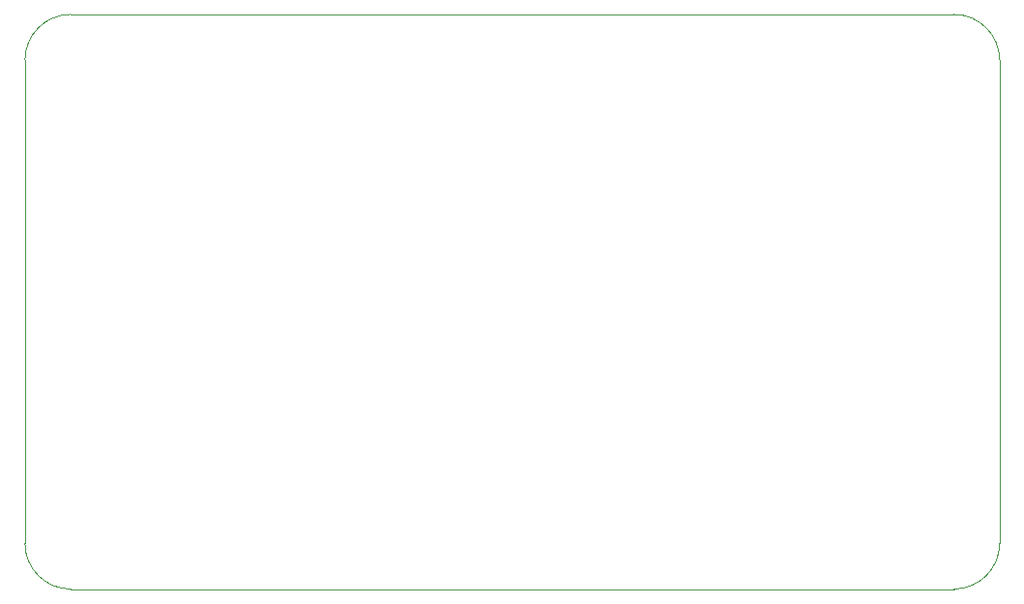
<source format=gm1>
%TF.GenerationSoftware,KiCad,Pcbnew,(6.0.6-1)-1*%
%TF.CreationDate,2022-07-07T18:25:44+02:00*%
%TF.ProjectId,beef_bridge,62656566-5f62-4726-9964-67652e6b6963,rev?*%
%TF.SameCoordinates,Original*%
%TF.FileFunction,Profile,NP*%
%FSLAX46Y46*%
G04 Gerber Fmt 4.6, Leading zero omitted, Abs format (unit mm)*
G04 Created by KiCad (PCBNEW (6.0.6-1)-1) date 2022-07-07 18:25:44*
%MOMM*%
%LPD*%
G01*
G04 APERTURE LIST*
%TA.AperFunction,Profile*%
%ADD10C,0.100000*%
%TD*%
G04 APERTURE END LIST*
D10*
X195916573Y-82083427D02*
X195916573Y-124426573D01*
X114573427Y-78083427D02*
G75*
G03*
X110573427Y-82083427I-27J-3999973D01*
G01*
X195916573Y-82083427D02*
G75*
G03*
X191916573Y-78083427I-3999973J27D01*
G01*
X114573427Y-78083427D02*
X191916573Y-78083427D01*
X110573427Y-124426573D02*
G75*
G03*
X114573427Y-128426573I3999973J-27D01*
G01*
X110573427Y-124426573D02*
X110573427Y-82083427D01*
X191916573Y-128426573D02*
X114573427Y-128426573D01*
X191916573Y-128426573D02*
G75*
G03*
X195916573Y-124426573I27J3999973D01*
G01*
M02*

</source>
